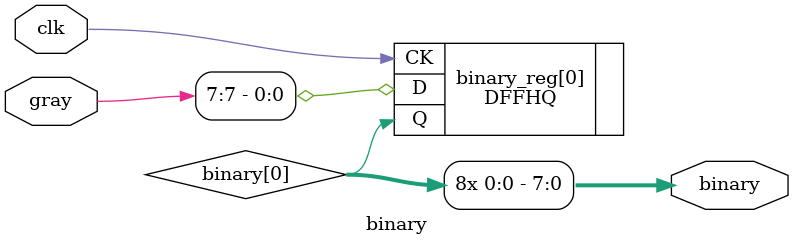
<source format=v>

module binary ( clk, gray, binary );
  input [7:0] gray;
  output [7:0] binary;
  input clk;
  wire   \binary[0] ;
  assign binary[7] = \binary[0] ;
  assign binary[6] = \binary[0] ;
  assign binary[5] = \binary[0] ;
  assign binary[4] = \binary[0] ;
  assign binary[3] = \binary[0] ;
  assign binary[2] = \binary[0] ;
  assign binary[1] = \binary[0] ;
  assign binary[0] = \binary[0] ;

  DFFHQ \binary_reg[0]  ( .D(gray[7]), .CK(clk), .Q(\binary[0] ) );
endmodule


</source>
